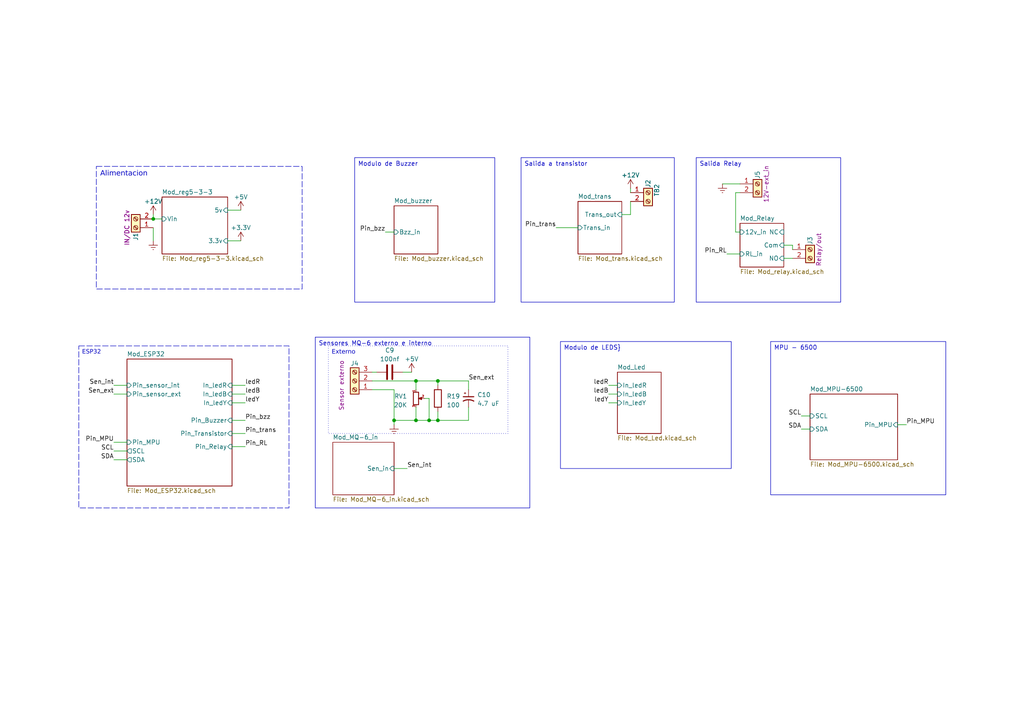
<source format=kicad_sch>
(kicad_sch (version 20230121) (generator eeschema)
  (paper "A4")
  (lib_symbols
    (symbol "Connector:Screw_Terminal_01x02" (pin_names (offset 1.016) hide)
      (property "Reference" "J" (at 0 2.54 0))
      (property "Value" "Screw_Terminal_01x02" (at 0 -5.08 0))
      (symbol "Screw_Terminal_01x02_1_1"
        (rectangle (start -1.27 1.27) (end 1.27 -3.81) (stroke (width 0.254)) (fill (type background)))
        (circle (center 0 -2.54) (radius 0.635) (stroke (width 0.1524)))
        (polyline (pts (xy -0.5334 -2.2098) (xy 0.3302 -3.048)) (stroke (width 0.1524)))
        (polyline (pts (xy -0.5334 0.3302) (xy 0.3302 -0.508)) (stroke (width 0.1524)))
        (polyline (pts (xy -0.3556 -2.032) (xy 0.508 -2.8702)) (stroke (width 0.1524)))
        (polyline (pts (xy -0.3556 0.508) (xy 0.508 -0.3302)) (stroke (width 0.1524)))
        (circle (center 0 0) (radius 0.635) (stroke (width 0.1524)))
        (pin passive line (at -5.08 0 0) (length 3.81) (name "Pin_1") (number "1"))
        (pin passive line (at -5.08 -2.54 0) (length 3.81) (name "Pin_2") (number "2"))
      )
    )
    (symbol "Connector:Screw_Terminal_01x03" (pin_names (offset 1.016) hide)
      (property "Reference" "J" (at 0 5.08 0))
      (property "Value" "Screw_Terminal_01x03" (at 0 -5.08 0))
      (symbol "Screw_Terminal_01x03_1_1"
        (rectangle (start -1.27 3.81) (end 1.27 -3.81) (stroke (width 0.254)) (fill (type background)))
        (circle (center 0 -2.54) (radius 0.635) (stroke (width 0.1524)))
        (polyline (pts (xy -0.5334 -2.2098) (xy 0.3302 -3.048)) (stroke (width 0.1524)))
        (polyline (pts (xy -0.5334 0.3302) (xy 0.3302 -0.508)) (stroke (width 0.1524)))
        (polyline (pts (xy -0.5334 2.8702) (xy 0.3302 2.032)) (stroke (width 0.1524)))
        (polyline (pts (xy -0.3556 -2.032) (xy 0.508 -2.8702)) (stroke (width 0.1524)))
        (polyline (pts (xy -0.3556 0.508) (xy 0.508 -0.3302)) (stroke (width 0.1524)))
        (polyline (pts (xy -0.3556 3.048) (xy 0.508 2.2098)) (stroke (width 0.1524)))
        (circle (center 0 0) (radius 0.635) (stroke (width 0.1524)))
        (circle (center 0 2.54) (radius 0.635) (stroke (width 0.1524)))
        (pin passive line (at -5.08 2.54 0) (length 3.81) (name "Pin_1") (number "1"))
        (pin passive line (at -5.08 0 0) (length 3.81) (name "Pin_2") (number "2"))
        (pin passive line (at -5.08 -2.54 0) (length 3.81) (name "Pin_3") (number "3"))
      )
    )
    (symbol "Device:C" (pin_numbers hide) (pin_names (offset 0.254))
      (property "Reference" "C" (at 0.635 2.54 0))
      (property "Value" "C" (at 0.635 -2.54 0))
      (symbol "C_0_1"
        (polyline (pts (xy -2.032 -0.762) (xy 2.032 -0.762)) (stroke (width 0.508)))
        (polyline (pts (xy -2.032 0.762) (xy 2.032 0.762)) (stroke (width 0.508)))
      )
      (symbol "C_1_1"
        (pin passive line (at 0 3.81 270) (length 2.794) (name "~") (number "1"))
        (pin passive line (at 0 -3.81 90) (length 2.794) (name "~") (number "2"))
      )
    )
    (symbol "Device:C_Polarized_Small_US" (pin_numbers hide) (pin_names (offset 0.254) hide)
      (property "Reference" "C" (at 0.254 1.778 0))
      (property "Value" "C_Polarized_Small_US" (at 0.254 -2.032 0))
      (symbol "C_Polarized_Small_US_0_1"
        (polyline (pts (xy -1.524 0.508) (xy 1.524 0.508)) (stroke (width 0.3048)))
        (polyline (pts (xy -1.27 1.524) (xy -0.762 1.524)))
        (polyline (pts (xy -1.016 1.27) (xy -1.016 1.778)))
        (arc (start 1.524 -0.762) (mid 0 -0.3734) (end -1.524 -0.762) (stroke (width 0.3048)))
      )
      (symbol "C_Polarized_Small_US_1_1"
        (pin passive line (at 0 2.54 270) (length 2.032) (name "~") (number "1"))
        (pin passive line (at 0 -2.54 90) (length 2.032) (name "~") (number "2"))
      )
    )
    (symbol "Device:R" (pin_numbers hide) (pin_names (offset 0))
      (property "Reference" "R" (at 2.032 0 90))
      (property "Value" "R" (at 0 0 90))
      (symbol "R_0_1"
        (rectangle (start -1.016 -2.54) (end 1.016 2.54) (stroke (width 0.254)))
      )
      (symbol "R_1_1"
        (pin passive line (at 0 3.81 270) (length 1.27) (name "~") (number "1"))
        (pin passive line (at 0 -3.81 90) (length 1.27) (name "~") (number "2"))
      )
    )
    (symbol "Device:R_Potentiometer_Small" (pin_names (offset 1.016) hide)
      (property "Reference" "RV" (at -4.445 0 90))
      (property "Value" "R_Potentiometer_Small" (at -2.54 0 90))
      (symbol "R_Potentiometer_Small_0_1"
        (polyline (pts (xy 0.889 0) (xy 0.635 0) (xy 1.651 0.381) (xy 1.651 -0.381) (xy 0.635 0) (xy 0.889 0)) (fill (type outline)))
        (rectangle (start 0.762 1.8034) (end -0.762 -1.8034) (stroke (width 0.254)))
      )
      (symbol "R_Potentiometer_Small_1_1"
        (pin passive line (at 0 2.54 270) (length 0.635) (name "1") (number "1"))
        (pin passive line (at 2.54 0 180) (length 0.9906) (name "2") (number "2"))
        (pin passive line (at 0 -2.54 90) (length 0.635) (name "3") (number "3"))
      )
    )
    (symbol "power:+12V" (power) (pin_names (offset 0))
      (property "Value" "+12V" (at 0 3.556 0))
      (symbol "+12V_0_1"
        (polyline (pts (xy -0.762 1.27) (xy 0 2.54)))
        (polyline (pts (xy 0 0) (xy 0 2.54)))
        (polyline (pts (xy 0 2.54) (xy 0.762 1.27)))
      )
      (symbol "+12V_1_1"
        (pin power_in line (at 0 0 90) (length 0) hide (name "+12V") (number "1"))
      )
    )
    (symbol "power:+3.3V" (power) (pin_names (offset 0))
      (property "Value" "+3.3V" (at 0 3.556 0))
      (symbol "+3.3V_0_1"
        (polyline (pts (xy -0.762 1.27) (xy 0 2.54)))
        (polyline (pts (xy 0 0) (xy 0 2.54)))
        (polyline (pts (xy 0 2.54) (xy 0.762 1.27)))
      )
      (symbol "+3.3V_1_1"
        (pin power_in line (at 0 0 90) (length 0) hide (name "+3.3V") (number "1"))
      )
    )
    (symbol "power:+5V" (power) (pin_names (offset 0))
      (property "Value" "+5V" (at 0 3.556 0))
      (symbol "+5V_0_1"
        (polyline (pts (xy -0.762 1.27) (xy 0 2.54)))
        (polyline (pts (xy 0 0) (xy 0 2.54)))
        (polyline (pts (xy 0 2.54) (xy 0.762 1.27)))
      )
      (symbol "+5V_1_1"
        (pin power_in line (at 0 0 90) (length 0) hide (name "+5V") (number "1"))
      )
    )
    (symbol "power:Earth" (power) (pin_names (offset 0))
      (symbol "Earth_0_1"
        (polyline (pts (xy -0.635 -1.905) (xy 0.635 -1.905)))
        (polyline (pts (xy -0.127 -2.54) (xy 0.127 -2.54)))
        (polyline (pts (xy 0 -1.27) (xy 0 0)))
        (polyline (pts (xy 1.27 -1.27) (xy -1.27 -1.27)))
      )
      (symbol "Earth_1_1"
        (pin power_in line (at 0 0 270) (length 0) hide (name "Earth") (number "1"))
      )
    )
  )
  (junction (at 44.45 63.5))
  (junction (at 120.65 121.92))
  (junction (at 114.3 121.92))
  (junction (at 124.46 121.92))
  (junction (at 120.65 110.49))
  (junction (at 127 121.92))
  (junction (at 127 110.49))
  (wire (pts (xy 127 121.92) (xy 124.46 121.92)))
  (wire (pts (xy 67.31 129.54) (xy 71.12 129.54)))
  (wire (pts (xy 44.45 62.23) (xy 44.45 63.5)))
  (wire (pts (xy 33.02 130.81) (xy 36.83 130.81)))
  (wire (pts (xy 234.95 120.65) (xy 232.41 120.65)))
  (wire (pts (xy 33.02 128.27) (xy 36.83 128.27)))
  (wire (pts (xy 114.3 113.03) (xy 114.3 121.92)))
  (wire (pts (xy 114.3 135.89) (xy 118.11 135.89)))
  (wire (pts (xy 214.63 55.88) (xy 213.36 55.88)))
  (wire (pts (xy 116.84 107.95) (xy 119.38 107.95)))
  (wire (pts (xy 33.02 114.3) (xy 36.83 114.3)))
  (wire (pts (xy 234.95 124.46) (xy 232.41 124.46)))
  (wire (pts (xy 182.88 55.88) (xy 182.88 54.61)))
  (wire (pts (xy 67.31 121.92) (xy 71.12 121.92)))
  (wire (pts (xy 120.65 118.11) (xy 120.65 121.92)))
  (wire (pts (xy 44.45 69.85) (xy 44.45 66.04)))
  (wire (pts (xy 135.89 118.11) (xy 135.89 121.92)))
  (wire (pts (xy 114.3 121.92) (xy 114.3 123.19)))
  (wire (pts (xy 127 110.49) (xy 135.89 110.49)))
  (wire (pts (xy 107.95 110.49) (xy 120.65 110.49)))
  (wire (pts (xy 179.07 114.3) (xy 176.53 114.3)))
  (wire (pts (xy 114.3 113.03) (xy 107.95 113.03)))
  (wire (pts (xy 120.65 110.49) (xy 120.65 113.03)))
  (wire (pts (xy 44.45 63.5) (xy 46.99 63.5)))
  (wire (pts (xy 135.89 121.92) (xy 127 121.92)))
  (wire (pts (xy 213.36 55.88) (xy 213.36 67.31)))
  (wire (pts (xy 67.31 111.76) (xy 71.12 111.76)))
  (wire (pts (xy 179.07 111.76) (xy 176.53 111.76)))
  (wire (pts (xy 123.19 115.57) (xy 124.46 115.57)))
  (wire (pts (xy 135.89 110.49) (xy 135.89 113.03)))
  (wire (pts (xy 120.65 110.49) (xy 127 110.49)))
  (wire (pts (xy 182.88 62.23) (xy 182.88 58.42)))
  (wire (pts (xy 67.31 125.73) (xy 71.12 125.73)))
  (wire (pts (xy 229.87 71.12) (xy 227.33 71.12)))
  (wire (pts (xy 124.46 121.92) (xy 120.65 121.92)))
  (wire (pts (xy 229.87 72.39) (xy 229.87 71.12)))
  (wire (pts (xy 227.33 74.93) (xy 229.87 74.93)))
  (wire (pts (xy 66.04 60.96) (xy 69.85 60.96)))
  (wire (pts (xy 33.02 111.76) (xy 36.83 111.76)))
  (wire (pts (xy 209.55 53.34) (xy 214.63 53.34)))
  (wire (pts (xy 114.3 67.31) (xy 111.76 67.31)))
  (wire (pts (xy 161.29 66.04) (xy 167.64 66.04)))
  (wire (pts (xy 33.02 133.35) (xy 36.83 133.35)))
  (wire (pts (xy 107.95 107.95) (xy 109.22 107.95)))
  (wire (pts (xy 179.07 116.84) (xy 176.53 116.84)))
  (wire (pts (xy 260.35 123.19) (xy 262.89 123.19)))
  (wire (pts (xy 127 110.49) (xy 127 111.76)))
  (wire (pts (xy 67.31 114.3) (xy 71.12 114.3)))
  (wire (pts (xy 124.46 115.57) (xy 124.46 121.92)))
  (wire (pts (xy 127 119.38) (xy 127 121.92)))
  (wire (pts (xy 66.04 69.85) (xy 69.85 69.85)))
  (wire (pts (xy 180.34 62.23) (xy 182.88 62.23)))
  (wire (pts (xy 120.65 121.92) (xy 114.3 121.92)))
  (wire (pts (xy 210.82 73.66) (xy 214.63 73.66)))
  (wire (pts (xy 67.31 116.84) (xy 71.12 116.84)))
  (wire (pts (xy 213.36 67.31) (xy 214.63 67.31)))
  (text_box "Salida Relay" (at 201.93 45.72 0) (size 41.91 41.91) (effects (font (size 1.27 1.27)) (justify left top)))
  (text_box "Salida a transistor" (at 151.13 45.72 0) (size 44.45 41.91) (effects (font (size 1.27 1.27)) (justify left top)))
  (text_box "Modulo de LEDS}\n" (at 162.56 99.06 0) (size 49.53 36.83) (effects (font (size 1.27 1.27)) (justify left top)))
  (text_box "Sensores MQ-6 externo e interno" (at 91.44 97.79 0) (size 62.23 49.53) (effects (font (size 1.27 1.27)) (justify left top)))
  (text_box "ESP32" (at 22.86 100.33 0) (size 60.96 46.99) (stroke (width 0) (type dash)) (effects (font (size 1.25 1.25)) (justify left top)))
  (text_box "Modulo de Buzzer" (at 102.87 45.72 0) (size 40.64 41.91) (effects (font (size 1.27 1.27)) (justify left top)))
  (text_box "Alimentacion" (at 27.94 48.26 0) (size 59.69 35.56) (stroke (width 0) (type dash)) (effects (font (size 1.5 1.5)) (justify left top)))
  (text_box "MPU - 6500" (at 223.52 99.06 0) (size 50.8 44.45) (effects (font (size 1.27 1.27)) (justify left top)))
  (text_box "Externo" (at 95.25 100.33 0) (size 52.07 25.4) (stroke (width 0) (type dot)) (effects (font (size 1.27 1.27)) (justify left top)))
  (label "Pin_RL" (at 210.82 73.66 180))
  (label "Pin_MPU" (at 33.02 128.27 180))
  (label "Pin_RL" (at 71.12 129.54 0))
  (label "ledY" (at 71.12 116.84 0))
  (label "Sen_int" (at 33.02 111.76 180))
  (label "Pin_bzz" (at 111.76 67.31 180))
  (label "ledB" (at 176.53 114.3 180))
  (label "SDA" (at 33.02 133.35 180))
  (label "Pin_bzz" (at 71.12 121.92 0))
  (label "ledB" (at 71.12 114.3 0))
  (label "Sen_int" (at 118.11 135.89 0))
  (label "ledY" (at 176.53 116.84 180))
  (label "Pin_trans" (at 71.12 125.73 0))
  (label "Pin_MPU" (at 262.89 123.19 0))
  (label "Pin_trans" (at 161.29 66.04 180))
  (label "SDA" (at 232.41 124.46 180))
  (label "SCL" (at 33.02 130.81 180))
  (label "ledR" (at 71.12 111.76 0))
  (label "SCL" (at 232.41 120.65 180))
  (label "Sen_ext" (at 135.89 110.49 0))
  (label "ledR" (at 176.53 111.76 180))
  (label "Sen_ext" (at 33.02 114.3 180))
  (symbol (lib_id "Connector:Screw_Terminal_01x02") (at 219.71 53.34 0) (unit 1)
    (property "Reference" "J5" (at 219.71 49.53 90) (effects (justify right)))
    (property "Value" "TB2" (effects hide))
    (property "Footprint" "TerminalBlock_MetzConnect:TerminalBlock_MetzConnect_Type011_RT05502HBWC_1x02_P5.00mm_Horizontal" (effects hide))
    (property "Datasheet" "https://www.mouser.com/datasheet/2/670/tb002_500-2306853.pdf" (effects hide))
    (property "Name" "12V-ext_in" (at 222.25 53.34 90))
    (property "Manufacturer_Part_Number" "TB002-500-02BE" (effects hide))
    (property "Mouser Price/Stock" "https://www.mouser.com/ProductDetail/CUI-Devices/TB002-500-02BE?qs=vLWxofP3U2x9716kcgva%2Fw%3D%3D" (effects hide))
  )
  (symbol (lib_id "Connector:Screw_Terminal_01x03") (at 102.87 110.49 180) (unit 1)
    (property "Reference" "J4" (at 102.87 105.41 0))
    (property "Value" "TB3" (effects hide))
    (property "Footprint" "TerminalBlock_MetzConnect:TerminalBlock_MetzConnect_Type011_RT05503HBWC_1x03_P5.00mm_Horizontal" (effects hide))
    (property "Datasheet" "https://www.mouser.com/ProductDetail/Wurth-Elektronik/691101710003?qs=sGAEpiMZZMvPvGwLNS6716dt6ZVWwiEWzaX66vJ18k3R%252BMiBr1Z3eA%3D%3D" (effects hide))
    (property "name" "Sensor externo" (at 99.06 111.76 90))
    (property "Manufacturer_Part_Number" "691101710003" (effects hide))
    (property "Mouser Price/Stock" "https://www.mouser.com/datasheet/2/445/691101710003-3089887.pdf" (effects hide))
  )
  (symbol (lib_id "power:+5V") (at 69.85 60.96 0) (unit 1)
    (property "Reference" "#PWR011" (effects hide))
    (property "Value" "+5V" (at 69.85 57.15 0))
  )
  (symbol (lib_id "Connector:Screw_Terminal_01x02") (at 187.96 55.88 0) (unit 1)
    (property "Reference" "J2" (at 187.96 52.07 90) (effects (justify right)))
    (property "Value" "TB2" (at 190.5 53.34 90) (effects (justify right)))
    (property "Footprint" "TerminalBlock_MetzConnect:TerminalBlock_MetzConnect_Type011_RT05502HBWC_1x02_P5.00mm_Horizontal" (effects hide))
    (property "Datasheet" "https://www.mouser.com/datasheet/2/670/tb002_500-2306853.pdf" (effects hide))
    (property "name" "VAL/ Out" (effects hide))
    (property "Manufacturer_Part_Number" "TB002-500-02BE" (effects hide))
    (property "Mouser Price/Stock" "https://www.mouser.com/ProductDetail/CUI-Devices/TB002-500-02BE?qs=vLWxofP3U2x9716kcgva%2Fw%3D%3D" (effects hide))
  )
  (symbol (lib_id "power:+12V") (at 44.45 62.23 0) (unit 1)
    (property "Reference" "#PWR030" (effects hide))
    (property "Value" "+12V" (at 44.45 58.42 0))
  )
  (symbol (lib_id "Device:R_Potentiometer_Small") (at 120.65 115.57 0) (unit 1)
    (property "Reference" "RV1" (at 118.11 114.935 0) (effects (justify right)))
    (property "Value" "20K" (at 118.11 117.475 0) (effects (justify right)))
    (property "Footprint" "Potentiometer_THT:Potentiometer_ACP_CA6-H2,5_Horizontal" (effects hide))
    (property "Datasheet" "https://www.mouser.com/datasheet/2/670/ptn06-3075547.pdf" (effects hide))
    (property "Manufacturer_Part_Number" "PTN06-B20CC20" (effects hide))
    (property "Mouser Price/Stock" "https://www.mouser.com/ProductDetail/CUI-Devices/PTN06-B20CC20?qs=rQFj71Wb1eXGBEJHGeLHfA%3D%3D" (effects hide))
  )
  (symbol (lib_id "power:Earth") (at 209.55 53.34 0) (unit 1)
    (property "Reference" "#PWR029" (effects hide))
    (property "Value" "Earth" (effects hide))
  )
  (symbol (lib_id "power:Earth") (at 114.3 123.19 0) (unit 1)
    (property "Reference" "#PWR013" (effects hide))
    (property "Value" "Earth" (effects hide))
  )
  (symbol (lib_id "power:Earth") (at 44.45 69.85 0) (unit 1)
    (property "Reference" "#PWR02" (effects hide))
    (property "Value" "Earth" (effects hide))
  )
  (symbol (lib_id "Device:C") (at 113.03 107.95 270) (unit 1)
    (property "Reference" "C9" (at 113.03 101.6 90))
    (property "Value" "100nf" (at 113.03 104.14 90))
    (property "Footprint" "Capacitor_SMD:C_0603_1608Metric" (effects hide))
    (property "Datasheet" "https://www.mouser.com/datasheet/2/212/KEM_C1023_X7R_AUTO_SMD-1093309.pdf" (effects hide))
    (property "Manufacturer_Part_Number" "C0603C104K5RAC3121" (effects hide))
    (property "Mouser Price/Stock" "https://www.mouser.com/ProductDetail/KEMET/C0603C104K5RAC3121?qs=oBCMsStVSxe1EkGyoyETtg%3D%3D" (effects hide))
  )
  (symbol (lib_id "power:+12V") (at 182.88 54.61 0) (unit 1)
    (property "Reference" "#PWR08" (effects hide))
    (property "Value" "+12V" (at 182.88 50.8 0))
  )
  (symbol (lib_id "Device:R") (at 127 115.57 0) (unit 1)
    (property "Reference" "R19" (at 129.54 114.935 0) (effects (justify left)))
    (property "Value" "100" (at 129.54 117.475 0) (effects (justify left)))
    (property "Footprint" "Resistor_SMD:R_0603_1608Metric" (effects hide))
    (property "Datasheet" "https://www.mouser.com/datasheet/2/315/PANA_S_A0013004771_1-2522297.pdf" (effects hide))
    (property "Manufacturer_Part_Number" "ERA-1AEB101C" (effects hide))
    (property "Mouser Price/Stock" "https://www.mouser.com/ProductDetail/Panasonic/ERA-1AEB101C?qs=sGAEpiMZZMtlubZbdhIBIAI3Iw0L1RezpWppR4YTbHk%3D" (effects hide))
  )
  (symbol (lib_id "power:+5V") (at 119.38 107.95 0) (unit 1)
    (property "Reference" "#PWR015" (effects hide))
    (property "Value" "+5V" (at 119.38 104.14 0))
  )
  (symbol (lib_id "Connector:Screw_Terminal_01x02") (at 39.37 66.04 180) (unit 1)
    (property "Reference" "J1" (at 39.37 69.85 90) (effects (justify right)))
    (property "Value" "TB2" (effects hide))
    (property "Footprint" "TerminalBlock_MetzConnect:TerminalBlock_MetzConnect_Type011_RT05502HBWC_1x02_P5.00mm_Horizontal" (effects hide))
    (property "Datasheet" "https://www.mouser.com/datasheet/2/670/tb002_500-2306853.pdf" (effects hide))
    (property "name" "IN/DC 12v" (at 36.83 66.04 90))
    (property "Manufacturer_Part_Number" "TB002-500-02BE" (effects hide))
    (property "Mouser Price/Stock" "https://www.mouser.com/ProductDetail/CUI-Devices/TB002-500-02BE?qs=vLWxofP3U2x9716kcgva%2Fw%3D%3D" (effects hide))
  )
  (symbol (lib_id "Device:C_Polarized_Small_US") (at 135.89 115.57 0) (unit 1)
    (property "Reference" "C10" (at 138.43 114.5032 0) (effects (justify left)))
    (property "Value" "4.7 uF" (at 138.43 117.0432 0) (effects (justify left)))
    (property "Footprint" "Capacitor_SMD:CP_Elec_4x5.4" (effects hide))
    (property "Datasheet" "https://www.mouser.com/datasheet/2/315/AAB8000C193-947353.pdf" (effects hide))
    (property "Manufacturer_Part_Number" "10SVP4R7M" (effects hide))
    (property "Mouser Price/Stock" "https://www.mouser.com/ProductDetail/Panasonic/10SVP4R7M?qs=sGAEpiMZZMvwFf0viD3Y3eoMVEnKb7U0ksTMrK9k4v4%3D" (effects hide))
  )
  (symbol (lib_id "power:+3.3V") (at 69.85 69.85 0) (unit 1)
    (property "Reference" "#PWR07" (effects hide))
    (property "Value" "+3.3V" (at 69.85 66.04 0))
  )
  (symbol (lib_id "Connector:Screw_Terminal_01x02") (at 234.95 72.39 0) (unit 1)
    (property "Reference" "J3" (at 234.95 68.58 90) (effects (justify right)))
    (property "Value" "TB2" (effects hide))
    (property "Footprint" "TerminalBlock_MetzConnect:TerminalBlock_MetzConnect_Type011_RT05502HBWC_1x02_P5.00mm_Horizontal" (effects hide))
    (property "Datasheet" "https://www.mouser.com/datasheet/2/670/tb002_500-2306853.pdf" (effects hide))
    (property "Name" "Relay/out" (at 237.49 72.39 90))
    (property "Manufacturer_Part_Number" "TB002-500-02BE" (effects hide))
    (property "Mouser Price/Stock" "https://www.mouser.com/ProductDetail/CUI-Devices/TB002-500-02BE?qs=vLWxofP3U2x9716kcgva%2Fw%3D%3D" (effects hide))
  )
  (sheet (at 234.95 114.3) (size 25.4 19.05) (stroke (width 0.1524))
    (property "Sheetname" "Mod_MPU-6500" (at 234.95 113.5884 0) (effects (justify left bottom)))
    (property "Sheetfile" "Mod_MPU-6500.kicad_sch" (at 234.95 133.9346 0) (effects (justify left top)))
    (pin "Pin_MPU" input (at 260.35 123.19 0))
    (pin "SCL" input (at 234.95 120.65 180))
    (pin "SDA" input (at 234.95 124.46 180))
  )
  (sheet (at 214.63 64.77) (size 12.7 12.7) (stroke (width 0.1524))
    (property "Sheetname" "Mod_Relay" (at 214.63 64.0584 0) (effects (justify left bottom)))
    (property "Sheetfile" "Mod_relay.kicad_sch" (at 214.63 78.0546 0) (effects (justify left top)))
    (pin "RL_in" input (at 214.63 73.66 180))
    (pin "Com" input (at 227.33 71.12 0))
    (pin "NC" input (at 227.33 67.31 0))
    (pin "NO" input (at 227.33 74.93 0))
    (pin "12v_in" input (at 214.63 67.31 180))
  )
  (sheet (at 167.64 58.42) (size 12.7 15.24) (stroke (width 0.1524))
    (property "Sheetname" "Mod_trans" (at 167.64 57.7084 0) (effects (justify left bottom)))
    (property "Sheetfile" "Mod_trans.kicad_sch" (at 167.64 74.2446 0) (effects (justify left top)))
    (pin "Trans_in" input (at 167.64 66.04 180))
    (pin "Trans_out" input (at 180.34 62.23 0))
  )
  (sheet (at 179.07 107.95) (size 12.7 17.78) (stroke (width 0.1524))
    (property "Sheetname" "Mod_Led" (at 179.07 107.2384 0) (effects (justify left bottom)))
    (property "Sheetfile" "Mod_Led.kicad_sch" (at 179.07 126.3146 0) (effects (justify left top)))
    (pin "In_ledR" input (at 179.07 111.76 180))
    (pin "In_ledB" input (at 179.07 114.3 180))
    (pin "In_ledY" input (at 179.07 116.84 180))
  )
  (sheet (at 96.52 128.27) (size 17.78 15.24) (stroke (width 0.1524))
    (property "Sheetname" "Mod_MQ-6_in" (at 96.52 127.5584 0) (effects (justify left bottom)))
    (property "Sheetfile" "Mod_MQ-6_in.kicad_sch" (at 96.52 144.0946 0) (effects (justify left top)))
    (pin "Sen_in" input (at 114.3 135.89 0))
  )
  (sheet (at 114.3 59.69) (size 12.7 13.97) (stroke (width 0.1524))
    (property "Sheetname" "Mod_buzzer" (at 114.3 58.9784 0) (effects (justify left bottom)))
    (property "Sheetfile" "Mod_buzzer.kicad_sch" (at 114.3 74.2446 0) (effects (justify left top)))
    (pin "Bzz_in" input (at 114.3 67.31 180))
  )
  (sheet (at 36.83 104.14) (size 30.48 36.83) (stroke (width 0.1524))
    (property "Sheetname" "Mod_ESP32" (at 36.83 103.4284 0) (effects (justify left bottom)))
    (property "Sheetfile" "Mod_ESP32.kicad_sch" (at 36.83 141.5546 0) (effects (justify left top)))
    (pin "In_ledB" input (at 67.31 114.3 0))
    (pin "In_ledR" input (at 67.31 111.76 0))
    (pin "In_ledY" input (at 67.31 116.84 0))
    (pin "Pin_Buzzer" input (at 67.31 121.92 0))
    (pin "Pin_Transistor" input (at 67.31 125.73 0))
    (pin "Pin_Relay" input (at 67.31 129.54 0))
    (pin "Pin_MPU" input (at 36.83 128.27 180))
    (pin "SDA" output (at 36.83 133.35 180))
    (pin "SCL" output (at 36.83 130.81 180))
    (pin "Pin_sensor_int" input (at 36.83 111.76 180))
    (pin "Pin_sensor_ext" input (at 36.83 114.3 180))
  )
  (sheet (at 46.99 57.15) (size 19.05 16.51) (stroke (width 0.1524))
    (property "Sheetname" "Mod_reg5-3-3" (at 46.99 56.4384 0) (effects (justify left bottom)))
    (property "Sheetfile" "Mod_reg5-3-3.kicad_sch" (at 46.99 74.2446 0) (effects (justify left top)))
    (pin "5v" input (at 66.04 60.96 0))
    (pin "Vin" input (at 46.99 63.5 180))
    (pin "3.3v" input (at 66.04 69.85 0))
  )
)
</source>
